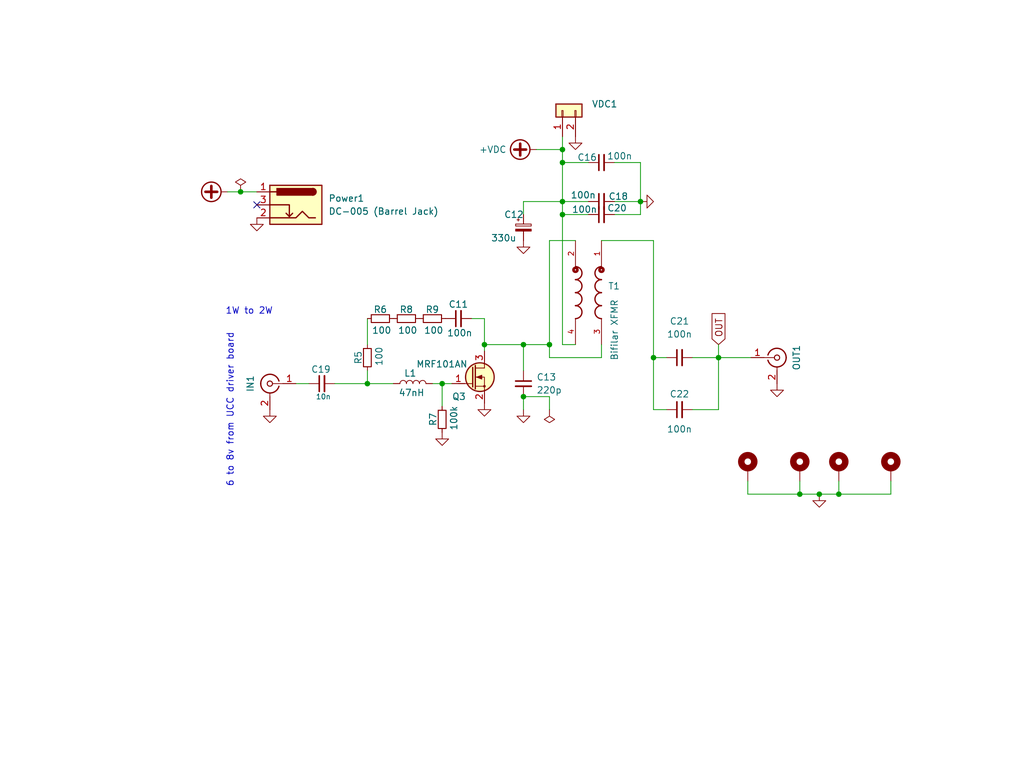
<source format=kicad_sch>
(kicad_sch (version 20230121) (generator eeschema)
  (paper "User" 200 150.012)
  (title_block (title "MRF101 Single-Ended Hack Amp") (date "2023-11-24") (company "Author: Dhiru Kholia (VU3CER)") (comment 1 "Note: We need superb heat dissipation when doing 20W+"))
  (lib_symbols
    (symbol "Connector:Barrel_Jack_Switch" (pin_names hide)
      (property "Reference" "J" (at 0 5.334 0))
      (property "Value" "Barrel_Jack_Switch" (at 0 -5.08 0))
      (symbol "Barrel_Jack_Switch_0_1"
        (rectangle (start -5.08 3.81) (end 5.08 -3.81) (stroke (width 0.254)) (fill (type background)))
        (arc (start -3.302 3.175) (mid -3.9343 2.54) (end -3.302 1.905) (stroke (width 0.254)))
        (arc (start -3.302 3.175) (mid -3.9343 2.54) (end -3.302 1.905) (stroke (width 0.254)) (fill (type outline)))
        (polyline (pts (xy 1.27 -2.286) (xy 1.905 -1.651)) (stroke (width 0.254)))
        (polyline (pts (xy 5.08 2.54) (xy 3.81 2.54)) (stroke (width 0.254)))
        (polyline (pts (xy 5.08 0) (xy 1.27 0) (xy 1.27 -2.286) (xy 0.635 -1.651)) (stroke (width 0.254)))
        (polyline (pts (xy -3.81 -2.54) (xy -2.54 -2.54) (xy -1.27 -1.27) (xy 0 -2.54) (xy 2.54 -2.54) (xy 5.08 -2.54)) (stroke (width 0.254)))
        (rectangle (start 3.683 3.175) (end -3.302 1.905) (stroke (width 0.254)) (fill (type outline)))
      )
      (symbol "Barrel_Jack_Switch_1_1"
        (pin passive line (at 7.62 2.54 180) (length 2.54) (name "~") (number "1"))
        (pin passive line (at 7.62 -2.54 180) (length 2.54) (name "~") (number "2"))
        (pin passive line (at 7.62 0 180) (length 2.54) (name "~") (number "3"))
      )
    )
    (symbol "Connector:Conn_Coaxial" (pin_names (offset 1.016) hide)
      (property "Reference" "J" (at 0.254 3.048 0))
      (property "Value" "Conn_Coaxial" (at 2.921 0 90))
      (symbol "Conn_Coaxial_0_1"
        (arc (start -1.778 -0.508) (mid 0.222 -1.808) (end 1.778 0) (stroke (width 0.254)))
        (polyline (pts (xy -2.54 0) (xy -0.508 0)))
        (polyline (pts (xy 0 -2.54) (xy 0 -1.778)))
        (circle (center 0 0) (radius 0.508) (stroke (width 0.2032)))
        (arc (start 1.778 0) (mid 0.222 1.8083) (end -1.778 0.508) (stroke (width 0.254)))
      )
      (symbol "Conn_Coaxial_1_1"
        (pin passive line (at -5.08 0 0) (length 2.54) (name "In") (number "1"))
        (pin passive line (at 0 -5.08 90) (length 2.54) (name "Ext") (number "2"))
      )
    )
    (symbol "Connector_Generic:Conn_01x02" (pin_names (offset 1.016) hide)
      (property "Reference" "J" (at 0 2.54 0))
      (property "Value" "Conn_01x02" (at 0 -5.08 0))
      (symbol "Conn_01x02_1_1"
        (rectangle (start -1.27 -2.413) (end 0 -2.667) (stroke (width 0.1524)))
        (rectangle (start -1.27 0.127) (end 0 -0.127) (stroke (width 0.1524)))
        (rectangle (start -1.27 1.27) (end 1.27 -3.81) (stroke (width 0.254)) (fill (type background)))
        (pin passive line (at -5.08 0 0) (length 3.81) (name "Pin_1") (number "1"))
        (pin passive line (at -5.08 -2.54 0) (length 3.81) (name "Pin_2") (number "2"))
      )
    )
    (symbol "Device:C_Polarized_Small" (pin_numbers hide) (pin_names (offset 0.254) hide)
      (property "Reference" "C" (at 0.254 1.778 0))
      (property "Value" "C_Polarized_Small" (at 0.254 -2.032 0))
      (symbol "C_Polarized_Small_0_1"
        (rectangle (start -1.524 -0.3048) (end 1.524 -0.6858) (fill (type outline)))
        (rectangle (start -1.524 0.6858) (end 1.524 0.3048))
        (polyline (pts (xy -1.27 1.524) (xy -0.762 1.524)))
        (polyline (pts (xy -1.016 1.27) (xy -1.016 1.778)))
      )
      (symbol "C_Polarized_Small_1_1"
        (pin passive line (at 0 2.54 270) (length 1.8542) (name "~") (number "1"))
        (pin passive line (at 0 -2.54 90) (length 1.8542) (name "~") (number "2"))
      )
    )
    (symbol "Device:C_Small" (pin_numbers hide) (pin_names (offset 0.254) hide)
      (property "Reference" "C" (at 0.254 1.778 0))
      (property "Value" "C_Small" (at 0.254 -2.032 0))
      (symbol "C_Small_0_1"
        (polyline (pts (xy -1.524 -0.508) (xy 1.524 -0.508)) (stroke (width 0.3302)))
        (polyline (pts (xy -1.524 0.508) (xy 1.524 0.508)) (stroke (width 0.3048)))
      )
      (symbol "C_Small_1_1"
        (pin passive line (at 0 2.54 270) (length 2.032) (name "~") (number "1"))
        (pin passive line (at 0 -2.54 90) (length 2.032) (name "~") (number "2"))
      )
    )
    (symbol "Device:L" (pin_numbers hide) (pin_names (offset 1.016) hide)
      (property "Reference" "L" (at -1.27 0 90))
      (property "Value" "L" (at 1.905 0 90))
      (symbol "L_0_1"
        (arc (start 0 -2.54) (mid 0.6323 -1.905) (end 0 -1.27))
        (arc (start 0 -1.27) (mid 0.6323 -0.635) (end 0 0))
        (arc (start 0 0) (mid 0.6323 0.635) (end 0 1.27))
        (arc (start 0 1.27) (mid 0.6323 1.905) (end 0 2.54))
      )
      (symbol "L_1_1"
        (pin passive line (at 0 3.81 270) (length 1.27) (name "1") (number "1"))
        (pin passive line (at 0 -3.81 90) (length 1.27) (name "2") (number "2"))
      )
    )
    (symbol "Device:R_Small" (pin_numbers hide) (pin_names (offset 0.254) hide)
      (property "Reference" "R" (at 0.762 0.508 0))
      (property "Value" "R_Small" (at 0.762 -1.016 0))
      (symbol "R_Small_0_1"
        (rectangle (start -0.762 1.778) (end 0.762 -1.778) (stroke (width 0.2032)))
      )
      (symbol "R_Small_1_1"
        (pin passive line (at 0 2.54 270) (length 0.762) (name "~") (number "1"))
        (pin passive line (at 0 -2.54 90) (length 0.762) (name "~") (number "2"))
      )
    )
    (symbol "Mechanical:MountingHole_Pad" (pin_numbers hide) (pin_names (offset 1.016) hide)
      (property "Reference" "H" (at 0 6.35 0))
      (property "Value" "MountingHole_Pad" (at 0 4.445 0))
      (symbol "MountingHole_Pad_0_1"
        (circle (center 0 1.27) (radius 1.27) (stroke (width 1.27)))
      )
      (symbol "MountingHole_Pad_1_1"
        (pin input line (at 0 -2.54 90) (length 2.54) (name "1") (number "1"))
      )
    )
    (symbol "PCM_Transistor_MOSFET_AKL:Q_NMOS-D_Generic_GSD" (pin_names hide)
      (property "Reference" "Q" (at 5.08 1.27 0))
      (property "Value" "Q_NMOS-D_Generic_GSD" (at 5.08 -1.27 0))
      (symbol "Q_NMOS-D_Generic_GSD_0_1"
        (polyline (pts (xy 0.254 -1.27) (xy -2.54 -1.27)))
        (polyline (pts (xy 0.254 1.905) (xy 0.254 -1.905)) (stroke (width 0.254)))
        (polyline (pts (xy 0.762 -2.286) (xy 0.762 2.286)) (stroke (width 0.254)))
        (polyline (pts (xy 0.762 -1.778) (xy 2.54 -1.778)))
        (polyline (pts (xy 2.54 1.778) (xy 0.762 1.778)))
        (polyline (pts (xy 2.54 2.54) (xy 2.54 1.778)))
        (polyline (pts (xy 2.54 -2.54) (xy 2.54 0) (xy 0.762 0)))
        (polyline (pts (xy 1.016 0) (xy 2.032 0.381) (xy 2.032 -0.381) (xy 1.016 0)) (fill (type outline)))
        (circle (center 1.651 0) (radius 2.794) (stroke (width 0.254)) (fill (type background)))
        (circle (center 2.54 -1.778) (radius 0.1778) (fill (type outline)))
      )
      (symbol "Q_NMOS-D_Generic_GSD_1_1"
        (pin input line (at -3.81 -1.27 0) (length 2.54) (name "G") (number "1"))
        (pin passive line (at 2.54 -5.08 90) (length 2.54) (name "S") (number "2"))
        (pin passive line (at 2.54 5.08 270) (length 2.54) (name "D") (number "3"))
      )
    )
    (symbol "SRF1260A-4R7Y:SRF1260A-4R7Y" (pin_names (offset 1.016))
      (property "Reference" "L" (at -7.631 5.0873 0))
      (property "Value" "SRF1260A-4R7Y" (at -7.6349 -7.6349 0))
      (symbol "SRF1260A-4R7Y_0_0"
        (arc (start -5.08 2.54) (mid -3.81 1.2755) (end -2.54 2.54) (stroke (width 0.254)))
        (circle (center -4.445 -2.54) (radius 0.127) (stroke (width 0.508)))
        (circle (center -4.445 2.54) (radius 0.127) (stroke (width 0.508)))
        (arc (start -2.54 -2.54) (mid -3.81 -1.2755) (end -5.08 -2.54) (stroke (width 0.254)))
        (arc (start -2.54 2.54) (mid -1.27 1.2755) (end 0 2.54) (stroke (width 0.254)))
        (arc (start 0 -2.54) (mid -1.27 -1.2755) (end -2.54 -2.54) (stroke (width 0.254)))
        (arc (start 0 2.54) (mid 1.27 1.2755) (end 2.54 2.54) (stroke (width 0.254)))
        (arc (start 2.54 -2.54) (mid 1.27 -1.2755) (end 0 -2.54) (stroke (width 0.254)))
        (arc (start 2.54 2.54) (mid 3.81 1.2755) (end 5.08 2.54) (stroke (width 0.254)))
        (arc (start 5.08 -2.54) (mid 3.81 -1.2755) (end 2.54 -2.54) (stroke (width 0.254)))
        (pin passive line (at -10.16 2.54 0) (length 5.08) (name "~") (number "1"))
        (pin passive line (at -10.16 -2.54 0) (length 5.08) (name "~") (number "2"))
        (pin passive line (at 10.16 2.54 180) (length 5.08) (name "~") (number "3"))
        (pin passive line (at 10.16 -2.54 180) (length 5.08) (name "~") (number "4"))
      )
    )
    (symbol "power:+VDC" (power) (pin_names (offset 0))
      (property "Value" "+VDC" (at 0 6.35 0))
      (symbol "+VDC_0_1"
        (polyline (pts (xy -1.143 3.175) (xy 1.143 3.175)) (stroke (width 0.508)))
        (polyline (pts (xy 0 0) (xy 0 1.27)))
        (polyline (pts (xy 0 2.032) (xy 0 4.318)) (stroke (width 0.508)))
        (circle (center 0 3.175) (radius 1.905) (stroke (width 0.254)))
      )
      (symbol "+VDC_1_1"
        (pin power_in line (at 0 0 90) (length 0) hide (name "+VDC") (number "1"))
      )
    )
    (symbol "power:GND" (power) (pin_names (offset 0))
      (property "Value" "GND" (at 0 -3.81 0))
      (symbol "GND_0_1"
        (polyline (pts (xy 0 0) (xy 0 -1.27) (xy 1.27 -1.27) (xy 0 -2.54) (xy -1.27 -1.27) (xy 0 -1.27)))
      )
      (symbol "GND_1_1"
        (pin power_in line (at 0 0 270) (length 0) hide (name "GND") (number "1"))
      )
    )
    (symbol "power:PWR_FLAG" (power) (pin_numbers hide) (pin_names (offset 0) hide)
      (property "Value" "PWR_FLAG" (at 0 3.81 0))
      (symbol "PWR_FLAG_0_0"
        (pin power_out line (at 0 0 90) (length 0) (name "pwr") (number "1"))
      )
      (symbol "PWR_FLAG_0_1"
        (polyline (pts (xy 0 0) (xy 0 1.27) (xy -1.016 1.905) (xy 0 2.54) (xy 1.016 1.905) (xy 0 1.27)))
      )
    )
  )
  (junction (at 86.36 74.93))
  (junction (at 127.635 69.85))
  (junction (at 156.21 96.52))
  (junction (at 109.855 39.37))
  (junction (at 163.83 96.52))
  (junction (at 107.315 67.31))
  (junction (at 109.855 41.91))
  (junction (at 102.235 67.31))
  (junction (at 94.615 67.31))
  (junction (at 71.755 74.93))
  (junction (at 160.02 96.52))
  (junction (at 109.855 29.21))
  (junction (at 125.095 39.37))
  (junction (at 102.235 77.47))
  (junction (at 46.99 37.465))
  (junction (at 140.335 69.85))
  (junction (at 109.855 31.75))
  (no_connect (at 50.165 40.005))
  (wire (pts (xy 102.235 67.31) (xy 102.235 72.39)))
  (wire (pts (xy 173.99 96.52) (xy 173.99 93.98)))
  (wire (pts (xy 109.855 39.37) (xy 109.855 41.91)))
  (wire (pts (xy 102.235 41.91) (xy 102.235 39.37)))
  (wire (pts (xy 65.405 74.93) (xy 71.755 74.93)))
  (wire (pts (xy 94.615 67.31) (xy 102.235 67.31)))
  (wire (pts (xy 127.635 46.99) (xy 127.635 69.85)))
  (wire (pts (xy 125.095 31.75) (xy 125.095 39.37)))
  (wire (pts (xy 125.095 39.37) (xy 125.095 41.91)))
  (wire (pts (xy 135.255 80.01) (xy 140.335 80.01)))
  (wire (pts (xy 71.755 74.93) (xy 76.835 74.93)))
  (wire (pts (xy 109.855 26.67) (xy 109.855 29.21)))
  (wire (pts (xy 146.05 96.52) (xy 156.21 96.52)))
  (wire (pts (xy 46.99 37.465) (xy 50.165 37.465)))
  (wire (pts (xy 44.45 37.465) (xy 46.99 37.465)))
  (wire (pts (xy 109.855 29.21) (xy 109.855 31.75)))
  (wire (pts (xy 86.36 74.93) (xy 88.265 74.93)))
  (wire (pts (xy 107.315 67.31) (xy 107.315 46.99)))
  (wire (pts (xy 127.635 69.85) (xy 130.175 69.85)))
  (wire (pts (xy 156.21 93.98) (xy 156.21 96.52)))
  (wire (pts (xy 127.635 80.01) (xy 127.635 69.85)))
  (wire (pts (xy 92.075 62.23) (xy 94.615 62.23)))
  (wire (pts (xy 109.855 31.75) (xy 114.935 31.75)))
  (wire (pts (xy 94.615 67.31) (xy 94.615 68.58)))
  (wire (pts (xy 146.05 93.98) (xy 146.05 96.52)))
  (wire (pts (xy 71.755 72.39) (xy 71.755 74.93)))
  (wire (pts (xy 102.235 39.37) (xy 109.855 39.37)))
  (wire (pts (xy 71.755 62.23) (xy 71.755 67.31)))
  (wire (pts (xy 109.855 39.37) (xy 114.935 39.37)))
  (wire (pts (xy 57.785 74.93) (xy 60.325 74.93)))
  (wire (pts (xy 109.855 31.75) (xy 109.855 39.37)))
  (wire (pts (xy 135.255 69.85) (xy 140.335 69.85)))
  (wire (pts (xy 107.315 67.31) (xy 107.315 69.85)))
  (wire (pts (xy 160.02 96.52) (xy 163.83 96.52)))
  (wire (pts (xy 163.83 96.52) (xy 173.99 96.52)))
  (wire (pts (xy 107.315 46.99) (xy 112.395 46.99)))
  (wire (pts (xy 120.015 39.37) (xy 125.095 39.37)))
  (wire (pts (xy 107.315 77.47) (xy 107.315 80.01)))
  (wire (pts (xy 140.335 80.01) (xy 140.335 69.85)))
  (wire (pts (xy 109.855 41.91) (xy 114.935 41.91)))
  (wire (pts (xy 102.235 77.47) (xy 102.235 80.01)))
  (wire (pts (xy 156.21 96.52) (xy 160.02 96.52)))
  (wire (pts (xy 117.475 46.99) (xy 127.635 46.99)))
  (wire (pts (xy 140.335 67.31) (xy 140.335 69.85)))
  (wire (pts (xy 127.635 80.01) (xy 130.175 80.01)))
  (wire (pts (xy 86.36 74.93) (xy 86.36 79.375)))
  (wire (pts (xy 120.015 41.91) (xy 125.095 41.91)))
  (wire (pts (xy 117.475 69.85) (xy 117.475 67.31)))
  (wire (pts (xy 84.455 74.93) (xy 86.36 74.93)))
  (wire (pts (xy 102.235 67.31) (xy 107.315 67.31)))
  (wire (pts (xy 120.015 31.75) (xy 125.095 31.75)))
  (wire (pts (xy 94.615 62.23) (xy 94.615 67.31)))
  (wire (pts (xy 112.395 67.31) (xy 109.855 67.31)))
  (wire (pts (xy 109.855 41.91) (xy 109.855 67.31)))
  (wire (pts (xy 107.315 69.85) (xy 117.475 69.85)))
  (wire (pts (xy 102.235 77.47) (xy 107.315 77.47)))
  (wire (pts (xy 140.335 69.85) (xy 146.685 69.85)))
  (wire (pts (xy 104.775 29.21) (xy 109.855 29.21)))
  (wire (pts (xy 163.83 93.98) (xy 163.83 96.52)))
  (text "1W to 2W" (at 53.34 61.595 0) (effects (font (size 1.27 1.27)) (justify right bottom)))
  (text "6 to 8v from UCC driver board" (at 45.72 95.25 90) (effects (font (size 1.27 1.27)) (justify left bottom)))
  (global_label "OUT" (shape input) (at 140.335 67.31 90) (property "Intersheetrefs" "${INTERSHEET_REFS}" (effects hide)))
  (symbol (lib_id "power:+VDC") (at 44.45 37.465 90) (unit 1)
    (property "Reference" "#PWR0110" (effects hide))
    (property "Value" "+VDC" (effects hide))
  )
  (symbol (lib_id "power:GND") (at 52.705 80.01 0) (unit 1)
    (property "Reference" "#PWR0106" (effects hide))
    (property "Value" "GND" (effects hide))
  )
  (symbol (lib_id "Device:C_Small") (at 117.475 41.91 90) (unit 1)
    (property "Reference" "C20" (at 120.523 40.64 90))
    (property "Value" "100n" (at 114.173 40.894 90))
    (property "Footprint" "Capacitor_SMD:C_1206_3216Metric_Pad1.33x1.80mm_HandSolder" (effects hide))
  )
  (symbol (lib_id "SRF1260A-4R7Y:SRF1260A-4R7Y") (at 114.935 57.15 270) (unit 1)
    (property "Reference" "T1" (at 118.745 55.88 90) (effects (justify left)))
    (property "Value" "Bifilar XFMR" (at 120.015 58.42 0) (effects (justify left)))
    (property "Footprint" "footprints:IND_SRF1260A-4R7Y" (effects hide))
    (property "MF" "Bourns" (effects hide))
    (property "MOUSER-PURCHASE-URL" "https://snapeda.com/shop?store=Mouser&id=1533338" (effects hide))
    (property "DESCRIPTION" "Shielded 2 Coil Inductor Array 27.2µH Inductance - Connected in Series 6.8µH Inductance - Connected in Parallel 18.6mOhm Max DC Resistance (DCR) - Parallel 6.64A Nonstandard" (effects hide))
    (property "PACKAGE" "Nonstandard Bourns" (effects hide))
    (property "PRICE" "None" (effects hide))
    (property "MP" "SRF1260A-6R8Y" (effects hide))
    (property "AVAILABILITY" "Warning" (effects hide))
  )
  (symbol (lib_id "Device:R_Small") (at 86.36 81.915 180) (unit 1)
    (property "Reference" "R7" (at 84.582 81.915 90))
    (property "Value" "100k" (at 88.646 81.661 90))
    (property "Footprint" "Resistor_SMD:R_2512_6332Metric_Pad1.40x3.35mm_HandSolder" (effects hide))
  )
  (symbol (lib_id "Connector:Conn_Coaxial") (at 52.705 74.93 0) (mirror y) (unit 1)
    (property "Reference" "IN1" (at 48.895 74.93 90))
    (property "Value" "SMA" (effects hide))
    (property "Footprint" "Connector_Coaxial:SMA_Samtec_SMA-J-P-X-ST-EM1_EdgeMount" (effects hide))
    (property "Datasheet" " ~" (effects hide))
  )
  (symbol (lib_id "power:GND") (at 102.235 80.01 0) (unit 1)
    (property "Reference" "#PWR021" (effects hide))
    (property "Value" "GND" (effects hide))
  )
  (symbol (lib_id "Device:R_Small") (at 74.295 62.23 90) (unit 1)
    (property "Reference" "R6" (at 74.295 60.452 90))
    (property "Value" "100" (at 74.549 64.516 90))
    (property "Footprint" "Resistor_SMD:R_2512_6332Metric_Pad1.40x3.35mm_HandSolder" (effects hide))
  )
  (symbol (lib_id "Device:L") (at 80.645 74.93 90) (unit 1)
    (property "Reference" "L1" (at 80.137 72.898 90))
    (property "Value" "47nH" (at 80.391 76.708 90))
    (property "Footprint" "footprints:WE-CAIR_4248" (effects hide))
  )
  (symbol (lib_id "power:GND") (at 94.615 78.74 0) (unit 1)
    (property "Reference" "#PWR018" (effects hide))
    (property "Value" "GND" (effects hide))
  )
  (symbol (lib_id "power:GND") (at 112.395 26.67 0) (unit 1)
    (property "Reference" "#PWR022" (effects hide))
    (property "Value" "GND" (effects hide))
  )
  (symbol (lib_id "power:GND") (at 102.235 46.99 0) (unit 1)
    (property "Reference" "#PWR020" (effects hide))
    (property "Value" "GND" (effects hide))
  )
  (symbol (lib_id "Device:R_Small") (at 84.455 62.23 90) (unit 1)
    (property "Reference" "R9" (at 84.455 60.452 90))
    (property "Value" "100" (at 84.709 64.516 90))
    (property "Footprint" "Resistor_SMD:R_2512_6332Metric_Pad1.40x3.35mm_HandSolder" (effects hide))
  )
  (symbol (lib_id "Device:C_Small") (at 62.865 74.93 90) (unit 1)
    (property "Reference" "C19" (at 64.643 72.136 90) (effects (justify left)))
    (property "Value" "10n" (at 64.643 77.47 90) (effects (font (size 1 1)) (justify left)))
    (property "Footprint" "Capacitor_SMD:C_1206_3216Metric_Pad1.33x1.80mm_HandSolder" (effects hide))
  )
  (symbol (lib_id "power:PWR_FLAG") (at 107.315 80.01 180) (unit 1)
    (property "Reference" "#FLG02" (effects hide))
    (property "Value" "PWR_FLAG" (effects hide))
  )
  (symbol (lib_id "Device:C_Small") (at 117.475 31.75 90) (unit 1)
    (property "Reference" "C16" (at 114.681 30.734 90))
    (property "Value" "100n" (at 121.031 30.48 90))
    (property "Footprint" "Capacitor_SMD:C_1206_3216Metric_Pad1.33x1.80mm_HandSolder" (effects hide))
  )
  (symbol (lib_id "Device:C_Small") (at 102.235 74.93 0) (unit 1)
    (property "Reference" "C13" (at 104.775 73.6663 0) (effects (justify left)))
    (property "Value" "220p" (at 104.775 76.2063 0) (effects (justify left)))
    (property "Footprint" "Capacitor_SMD:C_1206_3216Metric_Pad1.33x1.80mm_HandSolder" (effects hide))
  )
  (symbol (lib_id "power:PWR_FLAG") (at 46.99 37.465 0) (unit 1)
    (property "Reference" "#FLG01" (effects hide))
    (property "Value" "PWR_FLAG" (effects hide))
  )
  (symbol (lib_id "power:GND") (at 50.165 42.545 0) (unit 1)
    (property "Reference" "#PWR019" (effects hide))
    (property "Value" "GNDPWR" (effects hide))
  )
  (symbol (lib_id "Device:C_Small") (at 117.475 39.37 90) (unit 1)
    (property "Reference" "C18" (at 120.777 38.354 90))
    (property "Value" "100n" (at 113.919 38.1 90))
    (property "Footprint" "Capacitor_SMD:C_1206_3216Metric_Pad1.33x1.80mm_HandSolder" (effects hide))
  )
  (symbol (lib_id "Device:C_Small") (at 89.535 62.23 90) (unit 1)
    (property "Reference" "C11" (at 89.535 59.436 90))
    (property "Value" "100n" (at 89.789 65.024 90))
    (property "Footprint" "Capacitor_SMD:C_1206_3216Metric_Pad1.33x1.80mm_HandSolder" (effects hide))
  )
  (symbol (lib_id "power:GND") (at 86.36 84.455 0) (unit 1)
    (property "Reference" "#PWR011" (effects hide))
    (property "Value" "GND" (effects hide))
  )
  (symbol (lib_id "Connector:Conn_Coaxial") (at 151.765 69.85 0) (unit 1)
    (property "Reference" "OUT1" (at 155.575 69.85 90))
    (property "Value" "SMA" (effects hide))
    (property "Footprint" "Connector_Coaxial:SMA_Samtec_SMA-J-P-X-ST-EM1_EdgeMount" (effects hide))
    (property "Datasheet" " ~" (effects hide))
  )
  (symbol (lib_id "Device:C_Small") (at 132.715 69.85 90) (unit 1)
    (property "Reference" "C21" (at 132.7213 62.738 90))
    (property "Value" "100n" (at 132.7213 65.278 90))
    (property "Footprint" "Capacitor_SMD:C_1206_3216Metric_Pad1.33x1.80mm_HandSolder" (effects hide))
  )
  (symbol (lib_id "Mechanical:MountingHole_Pad") (at 163.83 91.44 0) (unit 1)
    (property "Reference" "H3" (effects hide))
    (property "Value" "MountingHole_Pad" (effects hide))
    (property "Footprint" "MountingHole:MountingHole_3.2mm_M3_Pad_Via" (effects hide))
  )
  (symbol (lib_id "Device:R_Small") (at 71.755 69.85 180) (unit 1)
    (property "Reference" "R5" (at 69.977 69.85 90))
    (property "Value" "100" (at 74.041 69.596 90))
    (property "Footprint" "Resistor_SMD:R_2512_6332Metric_Pad1.40x3.35mm_HandSolder" (effects hide))
  )
  (symbol (lib_id "power:GND") (at 125.095 39.37 90) (unit 1)
    (property "Reference" "#PWR023" (effects hide))
    (property "Value" "GND" (effects hide))
  )
  (symbol (lib_id "Mechanical:MountingHole_Pad") (at 156.21 91.44 0) (unit 1)
    (property "Reference" "H2" (effects hide))
    (property "Value" "MountingHole_Pad" (effects hide))
    (property "Footprint" "MountingHole:MountingHole_3.2mm_M3_Pad_Via" (effects hide))
  )
  (symbol (lib_id "Device:C_Polarized_Small") (at 102.235 44.45 0) (unit 1)
    (property "Reference" "C12" (at 98.425 41.91 0) (effects (justify left)))
    (property "Value" "330u" (at 95.885 46.482 0) (effects (justify left)))
    (property "Footprint" "Capacitor_THT:C_Radial_D10.0mm_H12.5mm_P5.00mm" (effects hide))
  )
  (symbol (lib_id "power:GND") (at 160.02 96.52 0) (unit 1)
    (property "Reference" "#PWR01" (effects hide))
    (property "Value" "GNDPWR" (effects hide))
  )
  (symbol (lib_id "PCM_Transistor_MOSFET_AKL:Q_NMOS-D_Generic_GSD") (at 92.075 73.66 0) (unit 1)
    (property "Reference" "Q3" (at 88.265 77.47 0) (effects (justify left)))
    (property "Value" "MRF101AN" (at 81.28 71.12 0) (effects (justify left)))
    (property "Footprint" "footprints:TO-220-3_Horizontal_TabDown" (effects hide))
  )
  (symbol (lib_id "power:+VDC") (at 104.775 29.21 90) (unit 1)
    (property "Reference" "#PWR02" (effects hide))
    (property "Value" "+VDC" (at 98.9584 29.21 90) (effects (justify left)))
  )
  (symbol (lib_id "Device:C_Small") (at 132.715 80.01 90) (unit 1)
    (property "Reference" "C22" (at 132.715 76.962 90))
    (property "Value" "100n" (at 132.715 83.82 90))
    (property "Footprint" "Capacitor_SMD:C_1206_3216Metric_Pad1.33x1.80mm_HandSolder" (effects hide))
  )
  (symbol (lib_id "Mechanical:MountingHole_Pad") (at 173.99 91.44 0) (mirror y) (unit 1)
    (property "Reference" "H4" (effects hide))
    (property "Value" "MountingHole_Pad" (effects hide))
    (property "Footprint" "MountingHole:MountingHole_3.2mm_M3_Pad_Via" (effects hide))
  )
  (symbol (lib_id "Connector:Barrel_Jack_Switch") (at 57.785 40.005 0) (mirror y) (unit 1)
    (property "Reference" "Power1" (at 64.135 38.7349 0) (effects (justify right)))
    (property "Value" "DC-005 (Barrel Jack)" (at 64.135 41.2749 0) (effects (justify right)))
    (property "Footprint" "footprints:XKB_DC-005-5A-2.0_Modded" (effects hide))
  )
  (symbol (lib_id "power:GND") (at 151.765 74.93 0) (unit 1)
    (property "Reference" "#PWR03" (effects hide))
    (property "Value" "GND" (effects hide))
  )
  (symbol (lib_id "Connector_Generic:Conn_01x02") (at 109.855 21.59 90) (unit 1)
    (property "Reference" "VDC1" (at 115.57 20.32 90) (effects (justify right)))
    (property "Value" "VDC" (effects hide))
    (property "Footprint" "TerminalBlock:TerminalBlock_bornier-2_P5.08mm" (effects hide))
  )
  (symbol (lib_id "Device:R_Small") (at 79.375 62.23 90) (unit 1)
    (property "Reference" "R8" (at 79.375 60.452 90))
    (property "Value" "100" (at 79.629 64.516 90))
    (property "Footprint" "Resistor_SMD:R_2512_6332Metric_Pad1.40x3.35mm_HandSolder" (effects hide))
  )
  (symbol (lib_id "Mechanical:MountingHole_Pad") (at 146.05 91.44 0) (unit 1)
    (property "Reference" "H1" (effects hide))
    (property "Value" "MountingHole_Pad" (effects hide))
    (property "Footprint" "MountingHole:MountingHole_3.2mm_M3_Pad_Via" (effects hide))
  )
)
</source>
